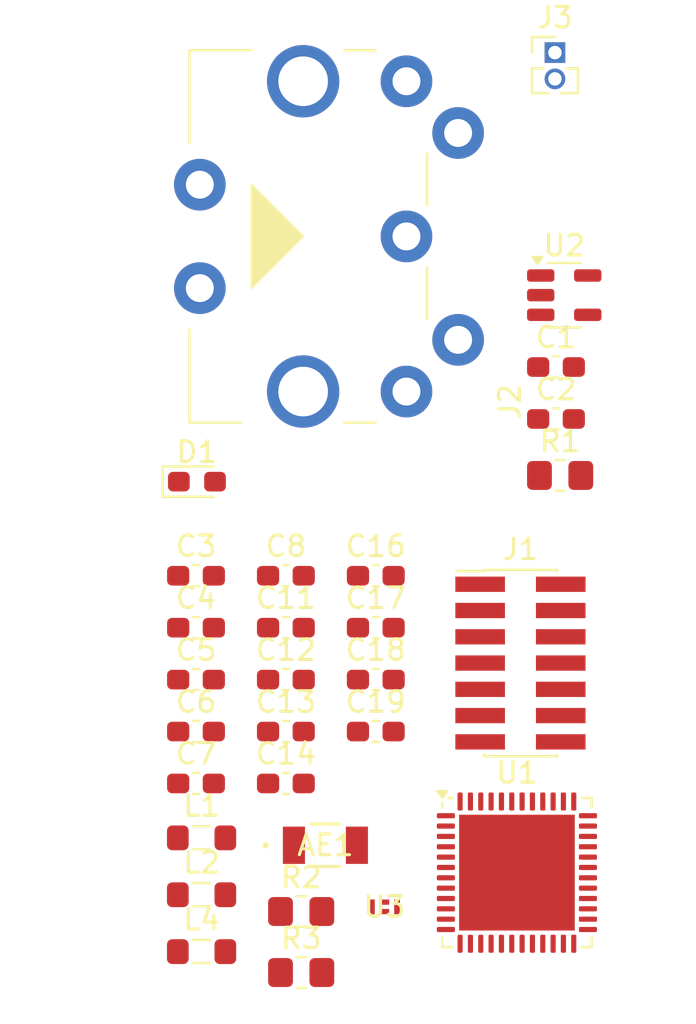
<source format=kicad_pcb>
(kicad_pcb (version 20241229) (generator "pcbnew") (generator_version "9.0")
  (layers (0 "F.Cu" signal) (2 "B.Cu" signal) (13 "F.Paste" user) (15 "B.Paste" user) (5 "F.SilkS" user "F.Silkscreen") (7 "B.SilkS" user "B.Silkscreen") (1 "F.Mask" user) (3 "B.Mask" user) (25 "Edge.Cuts" user))
  (net 0 "")
  (net 1 "Net-(AE1-Pad1)")
  (net 2 "BATT")
  (net 3 "GND")
  (net 4 "+3.3V")
  (net 5 "/stm32/NRST")
  (net 6 "+3.3VA")
  (net 7 "/stm32/RF1")
  (net 8 "Net-(U1-PC14)")
  (net 9 "Net-(U1-PC15)")
  (net 10 "Net-(U1-VFBSMPS)")
  (net 11 "Net-(D1-A)")
  (net 13 "Net-(J1-JCLK{slash}SWCLK)")
  (net 14 "Net-(J1-VCP_RX)")
  (net 15 "Net-(J1-JTMS{slash}SWDIO)")
  (net 20 "Net-(J1-VCP_TX)")
  (net 22 "/stm32/RX_MIDI")
  (net 25 "/stm32/TX_MIDI")
  (net 26 "Net-(U1-VLXSMPS)")
  (net 27 "Net-(U1-PH3)")
  (net 46 "/stm32/RF1filtred")
  (net 52 "Net-(U1-OSC_IN)")
  (net 53 "Net-(U1-OSC_OUT)")
  (footprint "footprints:DIN5_MIDI" (layer "F.Cu") (at 82.8175 53.895)
    (property "Reference" "J2" (at 5 8 90) (layer "F.SilkS"))
    (property "Value" "DIN-5")
    (fp_line (start -10.5 -9) (end -10.5 -4.5) (stroke (width 0.12)) (layer "F.SilkS"))
    (fp_line (start -10.5 9) (end -10.5 4.5) (stroke (width 0.12)) (layer "F.SilkS"))
    (fp_line (start -10.5 9) (end -8 9) (stroke (width 0.12)) (layer "F.SilkS"))
    (fp_line (start -10 -9) (end -10.5 -9) (stroke (width 0.12)) (layer "F.SilkS"))
    (fp_line (start -10 -9) (end -7.5 -9) (stroke (width 0.12)) (layer "F.SilkS"))
    (fp_line (start -3 -9) (end -1.5 -9) (stroke (width 0.12)) (layer "F.SilkS"))
    (fp_line (start -3 9) (end -1.5 9) (stroke (width 0.12)) (layer "F.SilkS"))
    (fp_line (start 1 -4) (end 1 -1.5) (stroke (width 0.12)) (layer "F.SilkS"))
    (fp_line (start 1 1.5) (end 1 4) (stroke (width 0.12)) (layer "F.SilkS"))
    (fp_poly (pts (xy -5 0) (xy -7.5 2.5) (xy -7.5 -2.5)) (stroke (width 0.1)) (fill yes) (layer "F.SilkS"))
    (pad "" thru_hole circle (at -5 -7.5) (size 3.5 3.5) (drill 2.4) (layers "*.Cu" "*.Mask"))
    (pad "" thru_hole circle (at -5 7.5) (size 3.5 3.5) (drill 2.4) (layers "*.Cu" "*.Mask"))
    (pad "1" thru_hole circle (at 0 7.5) (size 2.5 2.5) (drill 1.35) (layers "*.Cu" "*.Mask"))
    (pad "2" thru_hole circle (at 0 0) (size 2.5 2.5) (drill 1.35) (layers "*.Cu" "*.Mask") (net 3 "GND"))
    (pad "3" thru_hole circle (at 0 -7.5) (size 2.5 2.5) (drill 1.35) (layers "*.Cu" "*.Mask"))
    (pad "4" thru_hole circle (at 2.5 5) (size 2.5 2.5) (drill 1.35) (layers "*.Cu" "*.Mask") (net 25 "/stm32/TX_MIDI"))
    (pad "5" thru_hole circle (at 2.5 -5) (size 2.5 2.5) (drill 1.35) (layers "*.Cu" "*.Mask") (net 22 "/stm32/RX_MIDI"))
    (pad "G" thru_hole circle (at -10 -2.5) (size 2.5 2.5) (drill 1.35) (layers "*.Cu" "*.Mask"))
    (pad "G" thru_hole circle (at -10 2.5) (size 2.5 2.5) (drill 1.35) (layers "*.Cu" "*.Mask"))
  )
  (footprint "Capacitor_SMD:C_0603_1608Metric_Pad1.08x0.95mm_HandSolder" (layer "F.Cu") (at 72.6325 80.34)
    (property "Reference" "C7" (at 0 -1.43 0) (layer "F.SilkS"))
    (property "Value" "1u")
    (fp_line (start -0.146267 -0.51) (end 0.146267 -0.51) (stroke (width 0.12)) (layer "F.SilkS"))
    (fp_line (start -0.146267 0.51) (end 0.146267 0.51) (stroke (width 0.12)) (layer "F.SilkS"))
    (pad "1" smd roundrect (at -0.8625 0) (size 1.075 0.95) (layers "F.Cu" "F.Mask" "F.Paste") (net 6 "+3.3VA"))
    (pad "2" smd roundrect (at 0.8625 0) (size 1.075 0.95) (layers "F.Cu" "F.Mask" "F.Paste") (net 3 "GND"))
  )
  (footprint "Resistor_SMD:R_0805_2012Metric_Pad1.20x1.40mm_HandSolder" (layer "F.Cu") (at 77.7225 89.48)
    (property "Reference" "R3" (at 0 -1.65 0) (layer "F.SilkS"))
    (property "Value" "10K")
    (fp_line (start -0.227064 -0.735) (end 0.227064 -0.735) (stroke (width 0.12)) (layer "F.SilkS"))
    (fp_line (start -0.227064 0.735) (end 0.227064 0.735) (stroke (width 0.12)) (layer "F.SilkS"))
    (pad "1" smd roundrect (at -1 0) (size 1.2 1.4) (layers "F.Cu" "F.Mask" "F.Paste") (roundrect_rratio 0.208333) (net 3 "GND"))
    (pad "2" smd roundrect (at 1 0) (size 1.2 1.4) (layers "F.Cu" "F.Mask" "F.Paste") (roundrect_rratio 0.208333) (net 27 "Net-(U1-PH3)"))
  )
  (footprint "Capacitor_SMD:C_0603_1608Metric_Pad1.08x0.95mm_HandSolder" (layer "F.Cu") (at 76.9825 70.3)
    (property "Reference" "C8" (at 0 -1.43 0) (layer "F.SilkS"))
    (property "Value" "10n")
    (fp_line (start -0.146267 -0.51) (end 0.146267 -0.51) (stroke (width 0.12)) (layer "F.SilkS"))
    (fp_line (start -0.146267 0.51) (end 0.146267 0.51) (stroke (width 0.12)) (layer "F.SilkS"))
    (pad "1" smd roundrect (at -0.8625 0) (size 1.075 0.95) (layers "F.Cu" "F.Mask" "F.Paste") (net 6 "+3.3VA"))
    (pad "2" smd roundrect (at 0.8625 0) (size 1.075 0.95) (layers "F.Cu" "F.Mask" "F.Paste") (net 3 "GND"))
  )
  (footprint "Capacitor_SMD:C_0603_1608Metric_Pad1.08x0.95mm_HandSolder" (layer "F.Cu") (at 76.9825 75.32)
    (property "Reference" "C12" (at 0 -1.43 0) (layer "F.SilkS"))
    (property "Value" "C")
    (fp_line (start -0.146267 -0.51) (end 0.146267 -0.51) (stroke (width 0.12)) (layer "F.SilkS"))
    (fp_line (start -0.146267 0.51) (end 0.146267 0.51) (stroke (width 0.12)) (layer "F.SilkS"))
    (pad "1" smd roundrect (at -0.8625 0) (size 1.075 0.95) (layers "F.Cu" "F.Mask" "F.Paste") (net 1 "Net-(AE1-Pad1)"))
    (pad "2" smd roundrect (at 0.8625 0) (size 1.075 0.95) (layers "F.Cu" "F.Mask" "F.Paste") (net 3 "GND"))
  )
  (footprint "Capacitor_SMD:C_0603_1608Metric_Pad1.08x0.95mm_HandSolder" (layer "F.Cu") (at 81.3325 77.83)
    (property "Reference" "C19" (at 0 -1.43 0) (layer "F.SilkS"))
    (property "Value" "100n")
    (fp_line (start -0.146267 -0.51) (end 0.146267 -0.51) (stroke (width 0.12)) (layer "F.SilkS"))
    (fp_line (start -0.146267 0.51) (end 0.146267 0.51) (stroke (width 0.12)) (layer "F.SilkS"))
    (pad "1" smd roundrect (at -0.8625 0) (size 1.075 0.95) (layers "F.Cu" "F.Mask" "F.Paste") (net 4 "+3.3V"))
    (pad "2" smd roundrect (at 0.8625 0) (size 1.075 0.95) (layers "F.Cu" "F.Mask" "F.Paste") (net 3 "GND"))
  )
  (footprint "Capacitor_SMD:C_0603_1608Metric_Pad1.08x0.95mm_HandSolder" (layer "F.Cu") (at 76.9825 77.83)
    (property "Reference" "C13" (at 0 -1.43 0) (layer "F.SilkS"))
    (property "Value" "C")
    (fp_line (start -0.146267 -0.51) (end 0.146267 -0.51) (stroke (width 0.12)) (layer "F.SilkS"))
    (fp_line (start -0.146267 0.51) (end 0.146267 0.51) (stroke (width 0.12)) (layer "F.SilkS"))
    (pad "1" smd roundrect (at -0.8625 0) (size 1.075 0.95) (layers "F.Cu" "F.Mask" "F.Paste") (net 8 "Net-(U1-PC14)"))
    (pad "2" smd roundrect (at 0.8625 0) (size 1.075 0.95) (layers "F.Cu" "F.Mask" "F.Paste") (net 3 "GND"))
  )
  (footprint "Capacitor_SMD:C_0603_1608Metric_Pad1.08x0.95mm_HandSolder" (layer "F.Cu") (at 90.0525 60.21)
    (property "Reference" "C1" (at 0 -1.43 0) (layer "F.SilkS"))
    (property "Value" "C")
    (fp_line (start -0.146267 -0.51) (end 0.146267 -0.51) (stroke (width 0.12)) (layer "F.SilkS"))
    (fp_line (start -0.146267 0.51) (end 0.146267 0.51) (stroke (width 0.12)) (layer "F.SilkS"))
    (pad "1" smd roundrect (at -0.8625 0) (size 1.075 0.95) (layers "F.Cu" "F.Mask" "F.Paste") (net 2 "BATT"))
    (pad "2" smd roundrect (at 0.8625 0) (size 1.075 0.95) (layers "F.Cu" "F.Mask" "F.Paste") (net 3 "GND"))
  )
  (footprint "Connector_PinHeader_1.27mm:PinHeader_1x02_P1.27mm_Vertical" (layer "F.Cu") (at 90.0025 45.01)
    (property "Reference" "J3" (at 0 -1.695 0) (layer "F.SilkS"))
    (property "Value" "Batterie")
    (fp_line (start -1.11 -0.76) (end 0 -0.76) (stroke (width 0.12)) (layer "F.SilkS"))
    (fp_line (start -1.11 0) (end -1.11 -0.76) (stroke (width 0.12)) (layer "F.SilkS"))
    (fp_line (start -1.11 0.76) (end -1.11 1.965) (stroke (width 0.12)) (layer "F.SilkS"))
    (fp_line (start -1.11 0.76) (end -0.563471 0.76) (stroke (width 0.12)) (layer "F.SilkS"))
    (fp_line (start -1.11 1.965) (end -0.30753 1.965) (stroke (width 0.12)) (layer "F.SilkS"))
    (fp_line (start 0.30753 1.965) (end 1.11 1.965) (stroke (width 0.12)) (layer "F.SilkS"))
    (fp_line (start 0.563471 0.76) (end 1.11 0.76) (stroke (width 0.12)) (layer "F.SilkS"))
    (fp_line (start 1.11 0.76) (end 1.11 1.965) (stroke (width 0.12)) (layer "F.SilkS"))
    (pad "1" thru_hole rect (at 0 0) (size 1 1) (drill 0.65) (layers "*.Cu" "*.Mask") (net 2 "BATT"))
    (pad "2" thru_hole oval (at 0 1.27) (size 1 1) (drill 0.65) (layers "*.Cu" "*.Mask") (net 3 "GND"))
  )
  (footprint "Connector_PinHeader_1.27mm:PinHeader_2x07_P1.27mm_Vertical_SMD" (layer "F.Cu") (at 88.3325 74.52)
    (property "Reference" "J1" (at 0 -5.505 0) (layer "F.SilkS"))
    (property "Value" "Connecteur STLINK V3")
    (fp_line (start -3.09 -4.44) (end -1.765 -4.44) (stroke (width 0.12)) (layer "F.SilkS"))
    (fp_line (start -1.765 -4.505) (end -1.765 -4.44) (stroke (width 0.12)) (layer "F.SilkS"))
    (fp_line (start -1.765 -4.505) (end 1.765 -4.505) (stroke (width 0.12)) (layer "F.SilkS"))
    (fp_line (start -1.765 4.44) (end -1.765 4.505) (stroke (width 0.12)) (layer "F.SilkS"))
    (fp_line (start -1.765 4.505) (end 1.765 4.505) (stroke (width 0.12)) (layer "F.SilkS"))
    (fp_line (start 1.765 -4.505) (end 1.765 -4.44) (stroke (width 0.12)) (layer "F.SilkS"))
    (fp_line (start 1.765 4.44) (end 1.765 4.505) (stroke (width 0.12)) (layer "F.SilkS"))
    (pad "1" smd rect (at -1.95 -3.81) (size 2.4 0.74) (layers "F.Cu" "F.Mask" "F.Paste"))
    (pad "2" smd rect (at 1.95 -3.81) (size 2.4 0.74) (layers "F.Cu" "F.Mask" "F.Paste"))
    (pad "3" smd rect (at -1.95 -2.54) (size 2.4 0.74) (layers "F.Cu" "F.Mask" "F.Paste") (net 4 "+3.3V"))
    (pad "4" smd rect (at 1.95 -2.54) (size 2.4 0.74) (layers "F.Cu" "F.Mask" "F.Paste") (net 15 "Net-(J1-JTMS{slash}SWDIO)"))
    (pad "5" smd rect (at -1.95 -1.27) (size 2.4 0.74) (layers "F.Cu" "F.Mask" "F.Paste") (net 3 "GND"))
    (pad "6" smd rect (at 1.95 -1.27) (size 2.4 0.74) (layers "F.Cu" "F.Mask" "F.Paste") (net 13 "Net-(J1-JCLK{slash}SWCLK)"))
    (pad "7" smd rect (at -1.95 0) (size 2.4 0.74) (layers "F.Cu" "F.Mask" "F.Paste") (net 3 "GND"))
    (pad "8" smd rect (at 1.95 0) (size 2.4 0.74) (layers "F.Cu" "F.Mask" "F.Paste"))
    (pad "9" smd rect (at -1.95 1.27) (size 2.4 0.74) (layers "F.Cu" "F.Mask" "F.Paste"))
    (pad "10" smd rect (at 1.95 1.27) (size 2.4 0.74) (layers "F.Cu" "F.Mask" "F.Paste"))
    (pad "11" smd rect (at -1.95 2.54) (size 2.4 0.74) (layers "F.Cu" "F.Mask" "F.Paste"))
    (pad "12" smd rect (at 1.95 2.54) (size 2.4 0.74) (layers "F.Cu" "F.Mask" "F.Paste") (net 5 "/stm32/NRST"))
    (pad "13" smd rect (at -1.95 3.81) (size 2.4 0.74) (layers "F.Cu" "F.Mask" "F.Paste") (net 14 "Net-(J1-VCP_RX)"))
    (pad "14" smd rect (at 1.95 3.81) (size 2.4 0.74) (layers "F.Cu" "F.Mask" "F.Paste") (net 20 "Net-(J1-VCP_TX)"))
  )
  (footprint "Capacitor_SMD:C_0603_1608Metric_Pad1.08x0.95mm_HandSolder" (layer "F.Cu") (at 72.6325 70.3)
    (property "Reference" "C3" (at 0 -1.43 0) (layer "F.SilkS"))
    (property "Value" "4u7")
    (fp_line (start -0.146267 -0.51) (end 0.146267 -0.51) (stroke (width 0.12)) (layer "F.SilkS"))
    (fp_line (start -0.146267 0.51) (end 0.146267 0.51) (stroke (width 0.12)) (layer "F.SilkS"))
    (pad "1" smd roundrect (at -0.8625 0) (size 1.075 0.95) (layers "F.Cu" "F.Mask" "F.Paste") (net 4 "+3.3V"))
    (pad "2" smd roundrect (at 0.8625 0) (size 1.075 0.95) (layers "F.Cu" "F.Mask" "F.Paste") (net 3 "GND"))
  )
  (footprint "footprints:ANT_AMCA31-2R450G-S1F-T3_ABR" (layer "F.Cu") (at 78.8955 83.3269)
    (property "Reference" "AE1" (at 0 0 0) (layer "F.SilkS"))
    (property "Value" "AMCA31-2R450G-S1F-T3")
    (fp_line (start -0.68305 1.0287) (end 0.68305 1.0287) (stroke (width 0.1524)) (layer "F.SilkS"))
    (fp_line (start 0.68305 -1.0287) (end -0.68305 -1.0287) (stroke (width 0.1524)) (layer "F.SilkS"))
    (fp_circle (center -2.8956 0) (end -2.8194 0) (stroke (width 0.1524)) (fill no) (layer "F.SilkS"))
    (pad "1" smd rect (at -1.524 0) (size 1.0668 1.8034) (layers "F.Cu" "F.Mask" "F.Paste") (net 1 "Net-(AE1-Pad1)"))
    (pad "2" smd rect (at 1.524 0) (size 1.0668 1.8034) (layers "F.Cu" "F.Mask" "F.Paste"))
  )
  (footprint "Capacitor_SMD:C_0603_1608Metric_Pad1.08x0.95mm_HandSolder" (layer "F.Cu") (at 76.9825 80.34)
    (property "Reference" "C14" (at 0 -1.43 0) (layer "F.SilkS"))
    (property "Value" "C")
    (fp_line (start -0.146267 -0.51) (end 0.146267 -0.51) (stroke (width 0.12)) (layer "F.SilkS"))
    (fp_line (start -0.146267 0.51) (end 0.146267 0.51) (stroke (width 0.12)) (layer "F.SilkS"))
    (pad "1" smd roundrect (at -0.8625 0) (size 1.075 0.95) (layers "F.Cu" "F.Mask" "F.Paste") (net 9 "Net-(U1-PC15)"))
    (pad "2" smd roundrect (at 0.8625 0) (size 1.075 0.95) (layers "F.Cu" "F.Mask" "F.Paste") (net 3 "GND"))
  )
  (footprint "LED_SMD:LED_0603_1608Metric_Pad1.05x0.95mm_HandSolder" (layer "F.Cu") (at 72.6775 65.75)
    (property "Reference" "D1" (at 0 -1.43 0) (layer "F.SilkS"))
    (property "Value" "LED Temoin alimentation")
    (fp_line (start -1.66 -0.735) (end -1.66 0.735) (stroke (width 0.12)) (layer "F.SilkS"))
    (fp_line (start -1.66 0.735) (end 0.8 0.735) (stroke (width 0.12)) (layer "F.SilkS"))
    (fp_line (start 0.8 -0.735) (end -1.66 -0.735) (stroke (width 0.12)) (layer "F.SilkS"))
    (pad "1" smd roundrect (at -0.875 0) (size 1.05 0.95) (layers "F.Cu" "F.Mask" "F.Paste") (net 3 "GND"))
    (pad "2" smd roundrect (at 0.875 0) (size 1.05 0.95) (layers "F.Cu" "F.Mask" "F.Paste") (net 11 "Net-(D1-A)"))
  )
  (footprint "Capacitor_SMD:C_0603_1608Metric_Pad1.08x0.95mm_HandSolder" (layer "F.Cu") (at 90.0525 62.72)
    (property "Reference" "C2" (at 0 -1.43 0) (layer "F.SilkS"))
    (property "Value" "C")
    (fp_line (start -0.146267 -0.51) (end 0.146267 -0.51) (stroke (width 0.12)) (layer "F.SilkS"))
    (fp_line (start -0.146267 0.51) (end 0.146267 0.51) (stroke (width 0.12)) (layer "F.SilkS"))
    (pad "1" smd roundrect (at -0.8625 0) (size 1.075 0.95) (layers "F.Cu" "F.Mask" "F.Paste") (net 4 "+3.3V"))
    (pad "2" smd roundrect (at 0.8625 0) (size 1.075 0.95) (layers "F.Cu" "F.Mask" "F.Paste") (net 3 "GND"))
  )
  (footprint "Capacitor_SMD:C_0603_1608Metric_Pad1.08x0.95mm_HandSolder" (layer "F.Cu") (at 81.3325 70.3)
    (property "Reference" "C16" (at 0 -1.43 0) (layer "F.SilkS"))
    (property "Value" "100n")
    (fp_line (start -0.146267 -0.51) (end 0.146267 -0.51) (stroke (width 0.12)) (layer "F.SilkS"))
    (fp_line (start -0.146267 0.51) (end 0.146267 0.51) (stroke (width 0.12)) (layer "F.SilkS"))
    (pad "1" smd roundrect (at -0.8625 0) (size 1.075 0.95) (layers "F.Cu" "F.Mask" "F.Paste") (net 4 "+3.3V"))
    (pad "2" smd roundrect (at 0.8625 0) (size 1.075 0.95) (layers "F.Cu" "F.Mask" "F.Paste") (net 3 "GND"))
  )
  (footprint "Capacitor_SMD:C_0603_1608Metric_Pad1.08x0.95mm_HandSolder" (layer "F.Cu") (at 72.6325 77.83)
    (property "Reference" "C6" (at 0 -1.43 0) (layer "F.SilkS"))
    (property "Value" "100n")
    (fp_line (start -0.146267 -0.51) (end 0.146267 -0.51) (stroke (width 0.12)) (layer "F.SilkS"))
    (fp_line (start -0.146267 0.51) (end 0.146267 0.51) (stroke (width 0.12)) (layer "F.SilkS"))
    (pad "1" smd roundrect (at -0.8625 0) (size 1.075 0.95) (layers "F.Cu" "F.Mask" "F.Paste") (net 5 "/stm32/NRST"))
    (pad "2" smd roundrect (at 0.8625 0) (size 1.075 0.95) (layers "F.Cu" "F.Mask" "F.Paste") (net 3 "GND"))
  )
  (footprint "footprints:DLF-4_1P6X0P8" (layer "F.Cu") (at 81.7532 86.3043)
    (property "Reference" "U3" (at 0 0 0) (layer "F.SilkS"))
    (property "Value" "DLF162500LT-5028A1")
    (pad "1" smd rect (at -0.6096 0) (size 0.2794 0.7112) (layers "F.Cu" "F.Mask" "F.Paste") (net 7 "/stm32/RF1"))
    (pad "2" smd rect (at 0 -0.2286 90) (size 0.254 0.4572) (layers "F.Cu" "F.Mask" "F.Paste") (net 3 "GND"))
    (pad "3" smd rect (at 0.6096 0) (size 0.2794 0.7112) (layers "F.Cu" "F.Mask" "F.Paste") (net 46 "/stm32/RF1filtred"))
    (pad "4" smd rect (at 0 0.2286 90) (size 0.254 0.4572) (layers "F.Cu" "F.Mask" "F.Paste") (net 3 "GND"))
  )
  (footprint "Inductor_SMD:L_0805_2012Metric_Pad1.05x1.20mm_HandSolder" (layer "F.Cu") (at 72.9025 88.47)
    (property "Reference" "L4" (at 0 -1.55 0) (layer "F.SilkS"))
    (property "Value" "39nH")
    (fp_line (start -0.410242 -0.56) (end 0.410242 -0.56) (stroke (width 0.12)) (layer "F.SilkS"))
    (fp_line (start -0.410242 0.56) (end 0.410242 0.56) (stroke (width 0.12)) (layer "F.SilkS"))
    (pad "1" smd roundrect (at -1.15 0) (size 1.05 1.2) (layers "F.Cu" "F.Mask" "F.Paste") (roundrect_rratio 0.238095) (net 4 "+3.3V"))
    (pad "2" smd roundrect (at 1.15 0) (size 1.05 1.2) (layers "F.Cu" "F.Mask" "F.Paste") (roundrect_rratio 0.238095) (net 6 "+3.3VA"))
  )
  (footprint "Inductor_SMD:L_0805_2012Metric_Pad1.05x1.20mm_HandSolder" (layer "F.Cu") (at 72.9025 82.97)
    (property "Reference" "L1" (at 0 -1.55 0) (layer "F.SilkS"))
    (property "Value" "2,2 µF")
    (fp_line (start -0.410242 -0.56) (end 0.410242 -0.56) (stroke (width 0.12)) (layer "F.SilkS"))
    (fp_line (start -0.410242 0.56) (end 0.410242 0.56) (stroke (width 0.12)) (layer "F.SilkS"))
    (pad "1" smd roundrect (at -1.15 0) (size 1.05 1.2) (layers "F.Cu" "F.Mask" "F.Paste") (roundrect_rratio 0.238095) (net 10 "Net-(U1-VFBSMPS)"))
    (pad "2" smd roundrect (at 1.15 0) (size 1.05 1.2) (layers "F.Cu" "F.Mask" "F.Paste") (roundrect_rratio 0.238095) (net 26 "Net-(U1-VLXSMPS)"))
  )
  (footprint "Package_DFN_QFN:QFN-48-1EP_7x7mm_P0.5mm_EP5.6x5.6mm" (layer "F.Cu") (at 88.1625 84.65)
    (property "Reference" "U1" (at 0 -4.83 0) (layer "F.SilkS"))
    (property "Value" "STM32WB55CEUx")
    (fp_line (start -3.61 -3.135) (end -3.61 -3.37) (stroke (width 0.12)) (layer "F.SilkS"))
    (fp_line (start -3.61 3.61) (end -3.61 3.135) (stroke (width 0.12)) (layer "F.SilkS"))
    (fp_line (start -3.135 -3.61) (end -3.31 -3.61) (stroke (width 0.12)) (layer "F.SilkS"))
    (fp_line (start -3.135 3.61) (end -3.61 3.61) (stroke (width 0.12)) (layer "F.SilkS"))
    (fp_line (start 3.135 -3.61) (end 3.61 -3.61) (stroke (width 0.12)) (layer "F.SilkS"))
    (fp_line (start 3.135 3.61) (end 3.61 3.61) (stroke (width 0.12)) (layer "F.SilkS"))
    (fp_line (start 3.61 -3.61) (end 3.61 -3.135) (stroke (width 0.12)) (layer "F.SilkS"))
    (fp_line (start 3.61 3.61) (end 3.61 3.135) (stroke (width 0.12)) (layer "F.SilkS"))
    (fp_poly (pts (xy -3.61 -3.61) (xy -3.85 -3.94) (xy -3.37 -3.94) (xy -3.61 -3.61)) (stroke (width 0.12)) (fill yes) (layer "F.SilkS"))
    (pad "1" smd roundrect (at -3.4375 -2.75) (size 0.875 0.25) (layers "F.Cu" "F.Mask" "F.Paste") (net 4 "+3.3V"))
    (pad "2" smd roundrect (at -3.4375 -2.25) (size 0.875 0.25) (layers "F.Cu" "F.Mask" "F.Paste") (net 8 "Net-(U1-PC14)"))
    (pad "3" smd roundrect (at -3.4375 -1.75) (size 0.875 0.25) (layers "F.Cu" "F.Mask" "F.Paste") (net 9 "Net-(U1-PC15)"))
    (pad "4" smd roundrect (at -3.4375 -1.25) (size 0.875 0.25) (layers "F.Cu" "F.Mask" "F.Paste") (net 27 "Net-(U1-PH3)"))
    (pad "5" smd roundrect (at -3.4375 -0.75) (size 0.875 0.25) (layers "F.Cu" "F.Mask" "F.Paste"))
    (pad "6" smd roundrect (at -3.4375 -0.25) (size 0.875 0.25) (layers "F.Cu" "F.Mask" "F.Paste"))
    (pad "7" smd roundrect (at -3.4375 0.25) (size 0.875 0.25) (layers "F.Cu" "F.Mask" "F.Paste") (net 5 "/stm32/NRST"))
    (pad "8" smd roundrect (at -3.4375 0.75) (size 0.875 0.25) (layers "F.Cu" "F.Mask" "F.Paste") (net 6 "+3.3VA"))
    (pad "9" smd roundrect (at -3.4375 1.25) (size 0.875 0.25) (layers "F.Cu" "F.Mask" "F.Paste"))
    (pad "10" smd roundrect (at -3.4375 1.75) (size 0.875 0.25) (layers "F.Cu" "F.Mask" "F.Paste"))
    (pad "11" smd roundrect (at -3.4375 2.25) (size 0.875 0.25) (layers "F.Cu" "F.Mask" "F.Paste") (net 22 "/stm32/RX_MIDI"))
    (pad "12" smd roundrect (at -3.4375 2.75) (size 0.875 0.25) (layers "F.Cu" "F.Mask" "F.Paste") (net 25 "/stm32/TX_MIDI"))
    (pad "13" smd roundrect (at -2.75 3.4375) (size 0.25 0.875) (layers "F.Cu" "F.Mask" "F.Paste"))
    (pad "14" smd roundrect (at -2.25 3.4375) (size 0.25 0.875) (layers "F.Cu" "F.Mask" "F.Paste"))
    (pad "15" smd roundrect (at -1.75 3.4375) (size 0.25 0.875) (layers "F.Cu" "F.Mask" "F.Paste"))
    (pad "16" smd roundrect (at -1.25 3.4375) (size 0.25 0.875) (layers "F.Cu" "F.Mask" "F.Paste"))
    (pad "17" smd roundrect (at -0.75 3.4375) (size 0.25 0.875) (layers "F.Cu" "F.Mask" "F.Paste"))
    (pad "18" smd roundrect (at -0.25 3.4375) (size 0.25 0.875) (layers "F.Cu" "F.Mask" "F.Paste") (net 14 "Net-(J1-VCP_RX)"))
    (pad "19" smd roundrect (at 0.25 3.4375) (size 0.25 0.875) (layers "F.Cu" "F.Mask" "F.Paste"))
    (pad "20" smd roundrect (at 0.75 3.4375) (size 0.25 0.875) (layers "F.Cu" "F.Mask" "F.Paste") (net 4 "+3.3V"))
    (pad "21" smd roundrect (at 1.25 3.4375) (size 0.25 0.875) (layers "F.Cu" "F.Mask" "F.Paste") (net 46 "/stm32/RF1filtred"))
    (pad "22" smd roundrect (at 1.75 3.4375) (size 0.25 0.875) (layers "F.Cu" "F.Mask" "F.Paste") (net 3 "GND"))
    (pad "23" smd roundrect (at 2.25 3.4375) (size 0.25 0.875) (layers "F.Cu" "F.Mask" "F.Paste") (net 4 "+3.3V"))
    (pad "24" smd roundrect (at 2.75 3.4375) (size 0.25 0.875) (layers "F.Cu" "F.Mask" "F.Paste") (net 53 "Net-(U1-OSC_OUT)"))
    (pad "25" smd roundrect (at 3.4375 2.75) (size 0.875 0.25) (layers "F.Cu" "F.Mask" "F.Paste") (net 52 "Net-(U1-OSC_IN)"))
    (pad "26" smd roundrect (at 3.4375 2.25) (size 0.875 0.25) (layers "F.Cu" "F.Mask" "F.Paste"))
    (pad "27" smd roundrect (at 3.4375 1.75) (size 0.875 0.25) (layers "F.Cu" "F.Mask" "F.Paste"))
    (pad "28" smd roundrect (at 3.4375 1.25) (size 0.875 0.25) (layers "F.Cu" "F.Mask" "F.Paste"))
    (pad "29" smd roundrect (at 3.4375 0.75) (size 0.875 0.25) (layers "F.Cu" "F.Mask" "F.Paste"))
    (pad "30" smd roundrect (at 3.4375 0.25) (size 0.875 0.25) (layers "F.Cu" "F.Mask" "F.Paste"))
    (pad "31" smd roundrect (at 3.4375 -0.25) (size 0.875 0.25) (layers "F.Cu" "F.Mask" "F.Paste") (net 10 "Net-(U1-VFBSMPS)"))
    (pad "32" smd roundrect (at 3.4375 -0.75) (size 0.875 0.25) (layers "F.Cu" "F.Mask" "F.Paste") (net 3 "GND"))
    (pad "33" smd roundrect (at 3.4375 -1.25) (size 0.875 0.25) (layers "F.Cu" "F.Mask" "F.Paste") (net 26 "Net-(U1-VLXSMPS)"))
    (pad "34" smd roundrect (at 3.4375 -1.75) (size 0.875 0.25) (layers "F.Cu" "F.Mask" "F.Paste") (net 4 "+3.3V"))
    (pad "35" smd roundrect (at 3.4375 -2.25) (size 0.875 0.25) (layers "F.Cu" "F.Mask" "F.Paste") (net 4 "+3.3V"))
    (pad "36" smd roundrect (at 3.4375 -2.75) (size 0.875 0.25) (layers "F.Cu" "F.Mask" "F.Paste") (net 20 "Net-(J1-VCP_TX)"))
    (pad "37" smd roundrect (at 2.75 -3.4375) (size 0.25 0.875) (layers "F.Cu" "F.Mask" "F.Paste"))
    (pad "38" smd roundrect (at 2.25 -3.4375) (size 0.25 0.875) (layers "F.Cu" "F.Mask" "F.Paste"))
    (pad "39" smd roundrect (at 1.75 -3.4375) (size 0.25 0.875) (layers "F.Cu" "F.Mask" "F.Paste") (net 15 "Net-(J1-JTMS{slash}SWDIO)"))
    (pad "40" smd roundrect (at 1.25 -3.4375) (size 0.25 0.875) (layers "F.Cu" "F.Mask" "F.Paste") (net 4 "+3.3V"))
    (pad "41" smd roundrect (at 0.75 -3.4375) (size 0.25 0.875) (layers "F.Cu" "F.Mask" "F.Paste") (net 13 "Net-(J1-JCLK{slash}SWCLK)"))
    (pad "42" smd roundrect (at 0.25 -3.4375) (size 0.25 0.875) (layers "F.Cu" "F.Mask" "F.Paste"))
    (pad "43" smd roundrect (at -0.25 -3.4375) (size 0.25 0.875) (layers "F.Cu" "F.Mask" "F.Paste"))
    (pad "44" smd roundrect (at -0.75 -3.4375) (size 0.25 0.875) (layers "F.Cu" "F.Mask" "F.Paste"))
    (pad "45" smd roundrect (at -1.25 -3.4375) (size 0.25 0.875) (layers "F.Cu" "F.Mask" "F.Paste"))
    (pad "46" smd roundrect (at -1.75 -3.4375) (size 0.25 0.875) (layers "F.Cu" "F.Mask" "F.Paste"))
    (pad "47" smd roundrect (at -2.25 -3.4375) (size 0.25 0.875) (layers "F.Cu" "F.Mask" "F.Paste"))
    (pad "48" smd roundrect (at -2.75 -3.4375) (size 0.25 0.875) (layers "F.Cu" "F.Mask" "F.Paste") (net 4 "+3.3V"))
    (pad "49" smd rect (at 0 0) (size 5.6 5.6) (property pad_prop_heatsink) (layers "F.Cu" "F.Mask") (net 3 "GND"))
  )
  (footprint "Inductor_SMD:L_0805_2012Metric_Pad1.05x1.20mm_HandSolder" (layer "F.Cu") (at 72.9025 85.72)
    (property "Reference" "L2" (at 0 -1.55 0) (layer "F.SilkS"))
    (property "Value" "L")
    (fp_line (start -0.410242 -0.56) (end 0.410242 -0.56) (stroke (width 0.12)) (layer "F.SilkS"))
    (fp_line (start -0.410242 0.56) (end 0.410242 0.56) (stroke (width 0.12)) (layer "F.SilkS"))
    (pad "1" smd roundrect (at -1.15 0) (size 1.05 1.2) (layers "F.Cu" "F.Mask" "F.Paste") (roundrect_rratio 0.238095) (net 7 "/stm32/RF1"))
    (pad "2" smd roundrect (at 1.15 0) (size 1.05 1.2) (layers "F.Cu" "F.Mask" "F.Paste") (roundrect_rratio 0.238095) (net 1 "Net-(AE1-Pad1)"))
  )
  (footprint "Capacitor_SMD:C_0603_1608Metric_Pad1.08x0.95mm_HandSolder" (layer "F.Cu") (at 72.6325 75.32)
    (property "Reference" "C5" (at 0 -1.43 0) (layer "F.SilkS"))
    (property "Value" "100n")
    (fp_line (start -0.146267 -0.51) (end 0.146267 -0.51) (stroke (width 0.12)) (layer "F.SilkS"))
    (fp_line (start -0.146267 0.51) (end 0.146267 0.51) (stroke (width 0.12)) (layer "F.SilkS"))
    (pad "1" smd roundrect (at -0.8625 0) (size 1.075 0.95) (layers "F.Cu" "F.Mask" "F.Paste") (net 4 "+3.3V"))
    (pad "2" smd roundrect (at 0.8625 0) (size 1.075 0.95) (layers "F.Cu" "F.Mask" "F.Paste") (net 3 "GND"))
  )
  (footprint "Resistor_SMD:R_0805_2012Metric_Pad1.20x1.40mm_HandSolder" (layer "F.Cu") (at 77.7225 86.53)
    (property "Reference" "R2" (at 0 -1.65 0) (layer "F.SilkS"))
    (property "Value" "10K")
    (fp_line (start -0.227064 -0.735) (end 0.227064 -0.735) (stroke (width 0.12)) (layer "F.SilkS"))
    (fp_line (start -0.227064 0.735) (end 0.227064 0.735) (stroke (width 0.12)) (layer "F.SilkS"))
    (pad "1" smd roundrect (at -1 0) (size 1.2 1.4) (layers "F.Cu" "F.Mask" "F.Paste") (roundrect_rratio 0.208333) (net 4 "+3.3V"))
    (pad "2" smd roundrect (at 1 0) (size 1.2 1.4) (layers "F.Cu" "F.Mask" "F.Paste") (roundrect_rratio 0.208333) (net 5 "/stm32/NRST"))
  )
  (footprint "Capacitor_SMD:C_0603_1608Metric_Pad1.08x0.95mm_HandSolder" (layer "F.Cu") (at 81.3325 72.81)
    (property "Reference" "C17" (at 0 -1.43 0) (layer "F.SilkS"))
    (property "Value" "4.7µF")
    (fp_line (start -0.146267 -0.51) (end 0.146267 -0.51) (stroke (width 0.12)) (layer "F.SilkS"))
    (fp_line (start -0.146267 0.51) (end 0.146267 0.51) (stroke (width 0.12)) (layer "F.SilkS"))
    (pad "1" smd roundrect (at -0.8625 0) (size 1.075 0.95) (layers "F.Cu" "F.Mask" "F.Paste") (net 10 "Net-(U1-VFBSMPS)"))
    (pad "2" smd roundrect (at 0.8625 0) (size 1.075 0.95) (layers "F.Cu" "F.Mask" "F.Paste") (net 3 "GND"))
  )
  (footprint "Capacitor_SMD:C_0603_1608Metric_Pad1.08x0.95mm_HandSolder" (layer "F.Cu") (at 72.6325 72.81)
    (property "Reference" "C4" (at 0 -1.43 0) (layer "F.SilkS"))
    (property "Value" "100n")
    (fp_line (start -0.146267 -0.51) (end 0.146267 -0.51) (stroke (width 0.12)) (layer "F.SilkS"))
    (fp_line (start -0.146267 0.51) (end 0.146267 0.51) (stroke (width 0.12)) (layer "F.SilkS"))
    (pad "1" smd roundrect (at -0.8625 0) (size 1.075 0.95) (layers "F.Cu" "F.Mask" "F.Paste") (net 4 "+3.3V"))
    (pad "2" smd roundrect (at 0.8625 0) (size 1.075 0.95) (layers "F.Cu" "F.Mask" "F.Paste") (net 3 "GND"))
  )
  (footprint "Package_TO_SOT_SMD:SOT-23-5" (layer "F.Cu") (at 90.4525 56.735)
    (property "Reference" "U2" (at 0 -2.4 0) (layer "F.SilkS"))
    (property "Value" "BU33SD5WG-TR")
    (fp_line (start 0 -1.56) (end -0.8 -1.56) (stroke (width 0.12)) (layer "F.SilkS"))
    (fp_line (start 0 -1.56) (end 0.8 -1.56) (stroke (width 0.12)) (layer "F.SilkS"))
    (fp_line (start 0 1.56) (end -0.8 1.56) (stroke (width 0.12)) (layer "F.SilkS"))
    (fp_line (start 0 1.56) (end 0.8 1.56) (stroke (width 0.12)) (layer "F.SilkS"))
    (fp_poly (pts (xy -1.3 -1.51) (xy -1.54 -1.84) (xy -1.06 -1.84) (xy -1.3 -1.51)) (stroke (width 0.12)) (fill yes) (layer "F.SilkS"))
    (pad "1" smd roundrect (at -1.1375 -0.95) (size 1.325 0.6) (layers "F.Cu" "F.Mask" "F.Paste") (net 2 "BATT"))
    (pad "2" smd roundrect (at -1.1375 0) (size 1.325 0.6) (layers "F.Cu" "F.Mask" "F.Paste") (net 3 "GND"))
    (pad "3" smd roundrect (at -1.1375 0.95) (size 1.325 0.6) (layers "F.Cu" "F.Mask" "F.Paste") (net 2 "BATT"))
    (pad "4" smd roundrect (at 1.1375 0.95) (size 1.325 0.6) (layers "F.Cu" "F.Mask" "F.Paste"))
    (pad "5" smd roundrect (at 1.1375 -0.95) (size 1.325 0.6) (layers "F.Cu" "F.Mask" "F.Paste") (net 4 "+3.3V"))
  )
  (footprint "Resistor_SMD:R_0805_2012Metric_Pad1.20x1.40mm_HandSolder" (layer "F.Cu") (at 90.2525 65.45)
    (property "Reference" "R1" (at 0 -1.65 0) (layer "F.SilkS"))
    (property "Value" "680")
    (fp_line (start -0.227064 -0.735) (end 0.227064 -0.735) (stroke (width 0.12)) (layer "F.SilkS"))
    (fp_line (start -0.227064 0.735) (end 0.227064 0.735) (stroke (width 0.12)) (layer "F.SilkS"))
    (pad "1" smd roundrect (at -1 0) (size 1.2 1.4) (layers "F.Cu" "F.Mask" "F.Paste") (roundrect_rratio 0.208333) (net 4 "+3.3V"))
    (pad "2" smd roundrect (at 1 0) (size 1.2 1.4) (layers "F.Cu" "F.Mask" "F.Paste") (roundrect_rratio 0.208333) (net 11 "Net-(D1-A)"))
  )
  (footprint "Capacitor_SMD:C_0603_1608Metric_Pad1.08x0.95mm_HandSolder" (layer "F.Cu") (at 76.9825 72.81)
    (property "Reference" "C11" (at 0 -1.43 0) (layer "F.SilkS"))
    (property "Value" "C")
    (fp_line (start -0.146267 -0.51) (end 0.146267 -0.51) (stroke (width 0.12)) (layer "F.SilkS"))
    (fp_line (start -0.146267 0.51) (end 0.146267 0.51) (stroke (width 0.12)) (layer "F.SilkS"))
    (pad "1" smd roundrect (at -0.8625 0) (size 1.075 0.95) (layers "F.Cu" "F.Mask" "F.Paste") (net 7 "/stm32/RF1"))
    (pad "2" smd roundrect (at 0.8625 0) (size 1.075 0.95) (layers "F.Cu" "F.Mask" "F.Paste") (net 3 "GND"))
  )
  (footprint "Capacitor_SMD:C_0603_1608Metric_Pad1.08x0.95mm_HandSolder" (layer "F.Cu") (at 81.3325 75.32)
    (property "Reference" "C18" (at 0 -1.43 0) (layer "F.SilkS"))
    (property "Value" "100n")
    (fp_line (start -0.146267 -0.51) (end 0.146267 -0.51) (stroke (width 0.12)) (layer "F.SilkS"))
    (fp_line (start -0.146267 0.51) (end 0.146267 0.51) (stroke (width 0.12)) (layer "F.SilkS"))
    (pad "1" smd roundrect (at -0.8625 0) (size 1.075 0.95) (layers "F.Cu" "F.Mask" "F.Paste") (net 4 "+3.3V"))
    (pad "2" smd roundrect (at 0.8625 0) (size 1.075 0.95) (layers "F.Cu" "F.Mask" "F.Paste") (net 3 "GND"))
  )
)
</source>
